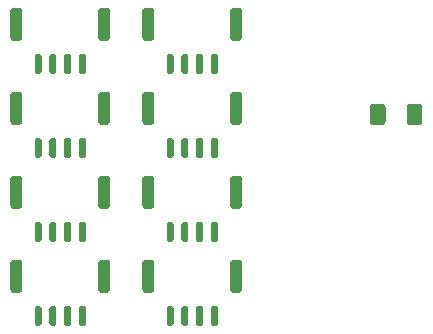
<source format=gbr>
%TF.GenerationSoftware,KiCad,Pcbnew,(5.1.9)-1*%
%TF.CreationDate,2021-08-18T17:12:04+10:00*%
%TF.ProjectId,i2c-master,6932632d-6d61-4737-9465-722e6b696361,rev?*%
%TF.SameCoordinates,Original*%
%TF.FileFunction,Paste,Top*%
%TF.FilePolarity,Positive*%
%FSLAX46Y46*%
G04 Gerber Fmt 4.6, Leading zero omitted, Abs format (unit mm)*
G04 Created by KiCad (PCBNEW (5.1.9)-1) date 2021-08-18 17:12:04*
%MOMM*%
%LPD*%
G01*
G04 APERTURE LIST*
G04 APERTURE END LIST*
%TO.C,J10*%
G36*
G01*
X48818000Y-63758000D02*
X48818000Y-61458000D01*
G75*
G02*
X49068000Y-61208000I250000J0D01*
G01*
X49568000Y-61208000D01*
G75*
G02*
X49818000Y-61458000I0J-250000D01*
G01*
X49818000Y-63758000D01*
G75*
G02*
X49568000Y-64008000I-250000J0D01*
G01*
X49068000Y-64008000D01*
G75*
G02*
X48818000Y-63758000I0J250000D01*
G01*
G37*
G36*
G01*
X41368000Y-63758000D02*
X41368000Y-61458000D01*
G75*
G02*
X41618000Y-61208000I250000J0D01*
G01*
X42118000Y-61208000D01*
G75*
G02*
X42368000Y-61458000I0J-250000D01*
G01*
X42368000Y-63758000D01*
G75*
G02*
X42118000Y-64008000I-250000J0D01*
G01*
X41618000Y-64008000D01*
G75*
G02*
X41368000Y-63758000I0J250000D01*
G01*
G37*
G36*
G01*
X47168000Y-66658000D02*
X47168000Y-65258000D01*
G75*
G02*
X47318000Y-65108000I150000J0D01*
G01*
X47618000Y-65108000D01*
G75*
G02*
X47768000Y-65258000I0J-150000D01*
G01*
X47768000Y-66658000D01*
G75*
G02*
X47618000Y-66808000I-150000J0D01*
G01*
X47318000Y-66808000D01*
G75*
G02*
X47168000Y-66658000I0J150000D01*
G01*
G37*
G36*
G01*
X45918000Y-66658000D02*
X45918000Y-65258000D01*
G75*
G02*
X46068000Y-65108000I150000J0D01*
G01*
X46368000Y-65108000D01*
G75*
G02*
X46518000Y-65258000I0J-150000D01*
G01*
X46518000Y-66658000D01*
G75*
G02*
X46368000Y-66808000I-150000J0D01*
G01*
X46068000Y-66808000D01*
G75*
G02*
X45918000Y-66658000I0J150000D01*
G01*
G37*
G36*
G01*
X44668000Y-66658000D02*
X44668000Y-65258000D01*
G75*
G02*
X44818000Y-65108000I150000J0D01*
G01*
X45118000Y-65108000D01*
G75*
G02*
X45268000Y-65258000I0J-150000D01*
G01*
X45268000Y-66658000D01*
G75*
G02*
X45118000Y-66808000I-150000J0D01*
G01*
X44818000Y-66808000D01*
G75*
G02*
X44668000Y-66658000I0J150000D01*
G01*
G37*
G36*
G01*
X43418000Y-66658000D02*
X43418000Y-65258000D01*
G75*
G02*
X43568000Y-65108000I150000J0D01*
G01*
X43868000Y-65108000D01*
G75*
G02*
X44018000Y-65258000I0J-150000D01*
G01*
X44018000Y-66658000D01*
G75*
G02*
X43868000Y-66808000I-150000J0D01*
G01*
X43568000Y-66808000D01*
G75*
G02*
X43418000Y-66658000I0J150000D01*
G01*
G37*
%TD*%
%TO.C,J9*%
G36*
G01*
X48818000Y-56646000D02*
X48818000Y-54346000D01*
G75*
G02*
X49068000Y-54096000I250000J0D01*
G01*
X49568000Y-54096000D01*
G75*
G02*
X49818000Y-54346000I0J-250000D01*
G01*
X49818000Y-56646000D01*
G75*
G02*
X49568000Y-56896000I-250000J0D01*
G01*
X49068000Y-56896000D01*
G75*
G02*
X48818000Y-56646000I0J250000D01*
G01*
G37*
G36*
G01*
X41368000Y-56646000D02*
X41368000Y-54346000D01*
G75*
G02*
X41618000Y-54096000I250000J0D01*
G01*
X42118000Y-54096000D01*
G75*
G02*
X42368000Y-54346000I0J-250000D01*
G01*
X42368000Y-56646000D01*
G75*
G02*
X42118000Y-56896000I-250000J0D01*
G01*
X41618000Y-56896000D01*
G75*
G02*
X41368000Y-56646000I0J250000D01*
G01*
G37*
G36*
G01*
X47168000Y-59546000D02*
X47168000Y-58146000D01*
G75*
G02*
X47318000Y-57996000I150000J0D01*
G01*
X47618000Y-57996000D01*
G75*
G02*
X47768000Y-58146000I0J-150000D01*
G01*
X47768000Y-59546000D01*
G75*
G02*
X47618000Y-59696000I-150000J0D01*
G01*
X47318000Y-59696000D01*
G75*
G02*
X47168000Y-59546000I0J150000D01*
G01*
G37*
G36*
G01*
X45918000Y-59546000D02*
X45918000Y-58146000D01*
G75*
G02*
X46068000Y-57996000I150000J0D01*
G01*
X46368000Y-57996000D01*
G75*
G02*
X46518000Y-58146000I0J-150000D01*
G01*
X46518000Y-59546000D01*
G75*
G02*
X46368000Y-59696000I-150000J0D01*
G01*
X46068000Y-59696000D01*
G75*
G02*
X45918000Y-59546000I0J150000D01*
G01*
G37*
G36*
G01*
X44668000Y-59546000D02*
X44668000Y-58146000D01*
G75*
G02*
X44818000Y-57996000I150000J0D01*
G01*
X45118000Y-57996000D01*
G75*
G02*
X45268000Y-58146000I0J-150000D01*
G01*
X45268000Y-59546000D01*
G75*
G02*
X45118000Y-59696000I-150000J0D01*
G01*
X44818000Y-59696000D01*
G75*
G02*
X44668000Y-59546000I0J150000D01*
G01*
G37*
G36*
G01*
X43418000Y-59546000D02*
X43418000Y-58146000D01*
G75*
G02*
X43568000Y-57996000I150000J0D01*
G01*
X43868000Y-57996000D01*
G75*
G02*
X44018000Y-58146000I0J-150000D01*
G01*
X44018000Y-59546000D01*
G75*
G02*
X43868000Y-59696000I-150000J0D01*
G01*
X43568000Y-59696000D01*
G75*
G02*
X43418000Y-59546000I0J150000D01*
G01*
G37*
%TD*%
%TO.C,J8*%
G36*
G01*
X48818000Y-49534000D02*
X48818000Y-47234000D01*
G75*
G02*
X49068000Y-46984000I250000J0D01*
G01*
X49568000Y-46984000D01*
G75*
G02*
X49818000Y-47234000I0J-250000D01*
G01*
X49818000Y-49534000D01*
G75*
G02*
X49568000Y-49784000I-250000J0D01*
G01*
X49068000Y-49784000D01*
G75*
G02*
X48818000Y-49534000I0J250000D01*
G01*
G37*
G36*
G01*
X41368000Y-49534000D02*
X41368000Y-47234000D01*
G75*
G02*
X41618000Y-46984000I250000J0D01*
G01*
X42118000Y-46984000D01*
G75*
G02*
X42368000Y-47234000I0J-250000D01*
G01*
X42368000Y-49534000D01*
G75*
G02*
X42118000Y-49784000I-250000J0D01*
G01*
X41618000Y-49784000D01*
G75*
G02*
X41368000Y-49534000I0J250000D01*
G01*
G37*
G36*
G01*
X47168000Y-52434000D02*
X47168000Y-51034000D01*
G75*
G02*
X47318000Y-50884000I150000J0D01*
G01*
X47618000Y-50884000D01*
G75*
G02*
X47768000Y-51034000I0J-150000D01*
G01*
X47768000Y-52434000D01*
G75*
G02*
X47618000Y-52584000I-150000J0D01*
G01*
X47318000Y-52584000D01*
G75*
G02*
X47168000Y-52434000I0J150000D01*
G01*
G37*
G36*
G01*
X45918000Y-52434000D02*
X45918000Y-51034000D01*
G75*
G02*
X46068000Y-50884000I150000J0D01*
G01*
X46368000Y-50884000D01*
G75*
G02*
X46518000Y-51034000I0J-150000D01*
G01*
X46518000Y-52434000D01*
G75*
G02*
X46368000Y-52584000I-150000J0D01*
G01*
X46068000Y-52584000D01*
G75*
G02*
X45918000Y-52434000I0J150000D01*
G01*
G37*
G36*
G01*
X44668000Y-52434000D02*
X44668000Y-51034000D01*
G75*
G02*
X44818000Y-50884000I150000J0D01*
G01*
X45118000Y-50884000D01*
G75*
G02*
X45268000Y-51034000I0J-150000D01*
G01*
X45268000Y-52434000D01*
G75*
G02*
X45118000Y-52584000I-150000J0D01*
G01*
X44818000Y-52584000D01*
G75*
G02*
X44668000Y-52434000I0J150000D01*
G01*
G37*
G36*
G01*
X43418000Y-52434000D02*
X43418000Y-51034000D01*
G75*
G02*
X43568000Y-50884000I150000J0D01*
G01*
X43868000Y-50884000D01*
G75*
G02*
X44018000Y-51034000I0J-150000D01*
G01*
X44018000Y-52434000D01*
G75*
G02*
X43868000Y-52584000I-150000J0D01*
G01*
X43568000Y-52584000D01*
G75*
G02*
X43418000Y-52434000I0J150000D01*
G01*
G37*
%TD*%
%TO.C,J7*%
G36*
G01*
X48818000Y-42422000D02*
X48818000Y-40122000D01*
G75*
G02*
X49068000Y-39872000I250000J0D01*
G01*
X49568000Y-39872000D01*
G75*
G02*
X49818000Y-40122000I0J-250000D01*
G01*
X49818000Y-42422000D01*
G75*
G02*
X49568000Y-42672000I-250000J0D01*
G01*
X49068000Y-42672000D01*
G75*
G02*
X48818000Y-42422000I0J250000D01*
G01*
G37*
G36*
G01*
X41368000Y-42422000D02*
X41368000Y-40122000D01*
G75*
G02*
X41618000Y-39872000I250000J0D01*
G01*
X42118000Y-39872000D01*
G75*
G02*
X42368000Y-40122000I0J-250000D01*
G01*
X42368000Y-42422000D01*
G75*
G02*
X42118000Y-42672000I-250000J0D01*
G01*
X41618000Y-42672000D01*
G75*
G02*
X41368000Y-42422000I0J250000D01*
G01*
G37*
G36*
G01*
X47168000Y-45322000D02*
X47168000Y-43922000D01*
G75*
G02*
X47318000Y-43772000I150000J0D01*
G01*
X47618000Y-43772000D01*
G75*
G02*
X47768000Y-43922000I0J-150000D01*
G01*
X47768000Y-45322000D01*
G75*
G02*
X47618000Y-45472000I-150000J0D01*
G01*
X47318000Y-45472000D01*
G75*
G02*
X47168000Y-45322000I0J150000D01*
G01*
G37*
G36*
G01*
X45918000Y-45322000D02*
X45918000Y-43922000D01*
G75*
G02*
X46068000Y-43772000I150000J0D01*
G01*
X46368000Y-43772000D01*
G75*
G02*
X46518000Y-43922000I0J-150000D01*
G01*
X46518000Y-45322000D01*
G75*
G02*
X46368000Y-45472000I-150000J0D01*
G01*
X46068000Y-45472000D01*
G75*
G02*
X45918000Y-45322000I0J150000D01*
G01*
G37*
G36*
G01*
X44668000Y-45322000D02*
X44668000Y-43922000D01*
G75*
G02*
X44818000Y-43772000I150000J0D01*
G01*
X45118000Y-43772000D01*
G75*
G02*
X45268000Y-43922000I0J-150000D01*
G01*
X45268000Y-45322000D01*
G75*
G02*
X45118000Y-45472000I-150000J0D01*
G01*
X44818000Y-45472000D01*
G75*
G02*
X44668000Y-45322000I0J150000D01*
G01*
G37*
G36*
G01*
X43418000Y-45322000D02*
X43418000Y-43922000D01*
G75*
G02*
X43568000Y-43772000I150000J0D01*
G01*
X43868000Y-43772000D01*
G75*
G02*
X44018000Y-43922000I0J-150000D01*
G01*
X44018000Y-45322000D01*
G75*
G02*
X43868000Y-45472000I-150000J0D01*
G01*
X43568000Y-45472000D01*
G75*
G02*
X43418000Y-45322000I0J150000D01*
G01*
G37*
%TD*%
%TO.C,J5*%
G36*
G01*
X37642000Y-63758000D02*
X37642000Y-61458000D01*
G75*
G02*
X37892000Y-61208000I250000J0D01*
G01*
X38392000Y-61208000D01*
G75*
G02*
X38642000Y-61458000I0J-250000D01*
G01*
X38642000Y-63758000D01*
G75*
G02*
X38392000Y-64008000I-250000J0D01*
G01*
X37892000Y-64008000D01*
G75*
G02*
X37642000Y-63758000I0J250000D01*
G01*
G37*
G36*
G01*
X30192000Y-63758000D02*
X30192000Y-61458000D01*
G75*
G02*
X30442000Y-61208000I250000J0D01*
G01*
X30942000Y-61208000D01*
G75*
G02*
X31192000Y-61458000I0J-250000D01*
G01*
X31192000Y-63758000D01*
G75*
G02*
X30942000Y-64008000I-250000J0D01*
G01*
X30442000Y-64008000D01*
G75*
G02*
X30192000Y-63758000I0J250000D01*
G01*
G37*
G36*
G01*
X35992000Y-66658000D02*
X35992000Y-65258000D01*
G75*
G02*
X36142000Y-65108000I150000J0D01*
G01*
X36442000Y-65108000D01*
G75*
G02*
X36592000Y-65258000I0J-150000D01*
G01*
X36592000Y-66658000D01*
G75*
G02*
X36442000Y-66808000I-150000J0D01*
G01*
X36142000Y-66808000D01*
G75*
G02*
X35992000Y-66658000I0J150000D01*
G01*
G37*
G36*
G01*
X34742000Y-66658000D02*
X34742000Y-65258000D01*
G75*
G02*
X34892000Y-65108000I150000J0D01*
G01*
X35192000Y-65108000D01*
G75*
G02*
X35342000Y-65258000I0J-150000D01*
G01*
X35342000Y-66658000D01*
G75*
G02*
X35192000Y-66808000I-150000J0D01*
G01*
X34892000Y-66808000D01*
G75*
G02*
X34742000Y-66658000I0J150000D01*
G01*
G37*
G36*
G01*
X33492000Y-66658000D02*
X33492000Y-65258000D01*
G75*
G02*
X33642000Y-65108000I150000J0D01*
G01*
X33942000Y-65108000D01*
G75*
G02*
X34092000Y-65258000I0J-150000D01*
G01*
X34092000Y-66658000D01*
G75*
G02*
X33942000Y-66808000I-150000J0D01*
G01*
X33642000Y-66808000D01*
G75*
G02*
X33492000Y-66658000I0J150000D01*
G01*
G37*
G36*
G01*
X32242000Y-66658000D02*
X32242000Y-65258000D01*
G75*
G02*
X32392000Y-65108000I150000J0D01*
G01*
X32692000Y-65108000D01*
G75*
G02*
X32842000Y-65258000I0J-150000D01*
G01*
X32842000Y-66658000D01*
G75*
G02*
X32692000Y-66808000I-150000J0D01*
G01*
X32392000Y-66808000D01*
G75*
G02*
X32242000Y-66658000I0J150000D01*
G01*
G37*
%TD*%
%TO.C,J4*%
G36*
G01*
X37642000Y-56646000D02*
X37642000Y-54346000D01*
G75*
G02*
X37892000Y-54096000I250000J0D01*
G01*
X38392000Y-54096000D01*
G75*
G02*
X38642000Y-54346000I0J-250000D01*
G01*
X38642000Y-56646000D01*
G75*
G02*
X38392000Y-56896000I-250000J0D01*
G01*
X37892000Y-56896000D01*
G75*
G02*
X37642000Y-56646000I0J250000D01*
G01*
G37*
G36*
G01*
X30192000Y-56646000D02*
X30192000Y-54346000D01*
G75*
G02*
X30442000Y-54096000I250000J0D01*
G01*
X30942000Y-54096000D01*
G75*
G02*
X31192000Y-54346000I0J-250000D01*
G01*
X31192000Y-56646000D01*
G75*
G02*
X30942000Y-56896000I-250000J0D01*
G01*
X30442000Y-56896000D01*
G75*
G02*
X30192000Y-56646000I0J250000D01*
G01*
G37*
G36*
G01*
X35992000Y-59546000D02*
X35992000Y-58146000D01*
G75*
G02*
X36142000Y-57996000I150000J0D01*
G01*
X36442000Y-57996000D01*
G75*
G02*
X36592000Y-58146000I0J-150000D01*
G01*
X36592000Y-59546000D01*
G75*
G02*
X36442000Y-59696000I-150000J0D01*
G01*
X36142000Y-59696000D01*
G75*
G02*
X35992000Y-59546000I0J150000D01*
G01*
G37*
G36*
G01*
X34742000Y-59546000D02*
X34742000Y-58146000D01*
G75*
G02*
X34892000Y-57996000I150000J0D01*
G01*
X35192000Y-57996000D01*
G75*
G02*
X35342000Y-58146000I0J-150000D01*
G01*
X35342000Y-59546000D01*
G75*
G02*
X35192000Y-59696000I-150000J0D01*
G01*
X34892000Y-59696000D01*
G75*
G02*
X34742000Y-59546000I0J150000D01*
G01*
G37*
G36*
G01*
X33492000Y-59546000D02*
X33492000Y-58146000D01*
G75*
G02*
X33642000Y-57996000I150000J0D01*
G01*
X33942000Y-57996000D01*
G75*
G02*
X34092000Y-58146000I0J-150000D01*
G01*
X34092000Y-59546000D01*
G75*
G02*
X33942000Y-59696000I-150000J0D01*
G01*
X33642000Y-59696000D01*
G75*
G02*
X33492000Y-59546000I0J150000D01*
G01*
G37*
G36*
G01*
X32242000Y-59546000D02*
X32242000Y-58146000D01*
G75*
G02*
X32392000Y-57996000I150000J0D01*
G01*
X32692000Y-57996000D01*
G75*
G02*
X32842000Y-58146000I0J-150000D01*
G01*
X32842000Y-59546000D01*
G75*
G02*
X32692000Y-59696000I-150000J0D01*
G01*
X32392000Y-59696000D01*
G75*
G02*
X32242000Y-59546000I0J150000D01*
G01*
G37*
%TD*%
%TO.C,J3*%
G36*
G01*
X37642000Y-49534000D02*
X37642000Y-47234000D01*
G75*
G02*
X37892000Y-46984000I250000J0D01*
G01*
X38392000Y-46984000D01*
G75*
G02*
X38642000Y-47234000I0J-250000D01*
G01*
X38642000Y-49534000D01*
G75*
G02*
X38392000Y-49784000I-250000J0D01*
G01*
X37892000Y-49784000D01*
G75*
G02*
X37642000Y-49534000I0J250000D01*
G01*
G37*
G36*
G01*
X30192000Y-49534000D02*
X30192000Y-47234000D01*
G75*
G02*
X30442000Y-46984000I250000J0D01*
G01*
X30942000Y-46984000D01*
G75*
G02*
X31192000Y-47234000I0J-250000D01*
G01*
X31192000Y-49534000D01*
G75*
G02*
X30942000Y-49784000I-250000J0D01*
G01*
X30442000Y-49784000D01*
G75*
G02*
X30192000Y-49534000I0J250000D01*
G01*
G37*
G36*
G01*
X35992000Y-52434000D02*
X35992000Y-51034000D01*
G75*
G02*
X36142000Y-50884000I150000J0D01*
G01*
X36442000Y-50884000D01*
G75*
G02*
X36592000Y-51034000I0J-150000D01*
G01*
X36592000Y-52434000D01*
G75*
G02*
X36442000Y-52584000I-150000J0D01*
G01*
X36142000Y-52584000D01*
G75*
G02*
X35992000Y-52434000I0J150000D01*
G01*
G37*
G36*
G01*
X34742000Y-52434000D02*
X34742000Y-51034000D01*
G75*
G02*
X34892000Y-50884000I150000J0D01*
G01*
X35192000Y-50884000D01*
G75*
G02*
X35342000Y-51034000I0J-150000D01*
G01*
X35342000Y-52434000D01*
G75*
G02*
X35192000Y-52584000I-150000J0D01*
G01*
X34892000Y-52584000D01*
G75*
G02*
X34742000Y-52434000I0J150000D01*
G01*
G37*
G36*
G01*
X33492000Y-52434000D02*
X33492000Y-51034000D01*
G75*
G02*
X33642000Y-50884000I150000J0D01*
G01*
X33942000Y-50884000D01*
G75*
G02*
X34092000Y-51034000I0J-150000D01*
G01*
X34092000Y-52434000D01*
G75*
G02*
X33942000Y-52584000I-150000J0D01*
G01*
X33642000Y-52584000D01*
G75*
G02*
X33492000Y-52434000I0J150000D01*
G01*
G37*
G36*
G01*
X32242000Y-52434000D02*
X32242000Y-51034000D01*
G75*
G02*
X32392000Y-50884000I150000J0D01*
G01*
X32692000Y-50884000D01*
G75*
G02*
X32842000Y-51034000I0J-150000D01*
G01*
X32842000Y-52434000D01*
G75*
G02*
X32692000Y-52584000I-150000J0D01*
G01*
X32392000Y-52584000D01*
G75*
G02*
X32242000Y-52434000I0J150000D01*
G01*
G37*
%TD*%
%TO.C,J2*%
G36*
G01*
X37642000Y-42422000D02*
X37642000Y-40122000D01*
G75*
G02*
X37892000Y-39872000I250000J0D01*
G01*
X38392000Y-39872000D01*
G75*
G02*
X38642000Y-40122000I0J-250000D01*
G01*
X38642000Y-42422000D01*
G75*
G02*
X38392000Y-42672000I-250000J0D01*
G01*
X37892000Y-42672000D01*
G75*
G02*
X37642000Y-42422000I0J250000D01*
G01*
G37*
G36*
G01*
X30192000Y-42422000D02*
X30192000Y-40122000D01*
G75*
G02*
X30442000Y-39872000I250000J0D01*
G01*
X30942000Y-39872000D01*
G75*
G02*
X31192000Y-40122000I0J-250000D01*
G01*
X31192000Y-42422000D01*
G75*
G02*
X30942000Y-42672000I-250000J0D01*
G01*
X30442000Y-42672000D01*
G75*
G02*
X30192000Y-42422000I0J250000D01*
G01*
G37*
G36*
G01*
X35992000Y-45322000D02*
X35992000Y-43922000D01*
G75*
G02*
X36142000Y-43772000I150000J0D01*
G01*
X36442000Y-43772000D01*
G75*
G02*
X36592000Y-43922000I0J-150000D01*
G01*
X36592000Y-45322000D01*
G75*
G02*
X36442000Y-45472000I-150000J0D01*
G01*
X36142000Y-45472000D01*
G75*
G02*
X35992000Y-45322000I0J150000D01*
G01*
G37*
G36*
G01*
X34742000Y-45322000D02*
X34742000Y-43922000D01*
G75*
G02*
X34892000Y-43772000I150000J0D01*
G01*
X35192000Y-43772000D01*
G75*
G02*
X35342000Y-43922000I0J-150000D01*
G01*
X35342000Y-45322000D01*
G75*
G02*
X35192000Y-45472000I-150000J0D01*
G01*
X34892000Y-45472000D01*
G75*
G02*
X34742000Y-45322000I0J150000D01*
G01*
G37*
G36*
G01*
X33492000Y-45322000D02*
X33492000Y-43922000D01*
G75*
G02*
X33642000Y-43772000I150000J0D01*
G01*
X33942000Y-43772000D01*
G75*
G02*
X34092000Y-43922000I0J-150000D01*
G01*
X34092000Y-45322000D01*
G75*
G02*
X33942000Y-45472000I-150000J0D01*
G01*
X33642000Y-45472000D01*
G75*
G02*
X33492000Y-45322000I0J150000D01*
G01*
G37*
G36*
G01*
X32242000Y-45322000D02*
X32242000Y-43922000D01*
G75*
G02*
X32392000Y-43772000I150000J0D01*
G01*
X32692000Y-43772000D01*
G75*
G02*
X32842000Y-43922000I0J-150000D01*
G01*
X32842000Y-45322000D01*
G75*
G02*
X32692000Y-45472000I-150000J0D01*
G01*
X32392000Y-45472000D01*
G75*
G02*
X32242000Y-45322000I0J150000D01*
G01*
G37*
%TD*%
%TO.C,C1*%
G36*
G01*
X63765000Y-49545002D02*
X63765000Y-48244998D01*
G75*
G02*
X64014998Y-47995000I249998J0D01*
G01*
X64840002Y-47995000D01*
G75*
G02*
X65090000Y-48244998I0J-249998D01*
G01*
X65090000Y-49545002D01*
G75*
G02*
X64840002Y-49795000I-249998J0D01*
G01*
X64014998Y-49795000D01*
G75*
G02*
X63765000Y-49545002I0J249998D01*
G01*
G37*
G36*
G01*
X60640000Y-49545002D02*
X60640000Y-48244998D01*
G75*
G02*
X60889998Y-47995000I249998J0D01*
G01*
X61715002Y-47995000D01*
G75*
G02*
X61965000Y-48244998I0J-249998D01*
G01*
X61965000Y-49545002D01*
G75*
G02*
X61715002Y-49795000I-249998J0D01*
G01*
X60889998Y-49795000D01*
G75*
G02*
X60640000Y-49545002I0J249998D01*
G01*
G37*
%TD*%
M02*

</source>
